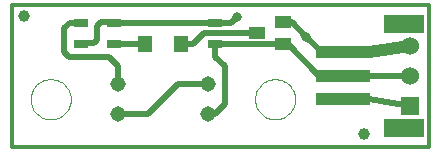
<source format=gtl>
G75*
%MOIN*%
%OFA0B0*%
%FSLAX24Y24*%
%IPPOS*%
%LPD*%
%AMOC8*
5,1,8,0,0,1.08239X$1,22.5*
%
%ADD10C,0.0118*%
%ADD11R,0.1811X0.0394*%
%ADD12R,0.1339X0.0630*%
%ADD13R,0.0600X0.0600*%
%ADD14C,0.0600*%
%ADD15R,0.0472X0.0315*%
%ADD16R,0.0472X0.0551*%
%ADD17R,0.0551X0.0394*%
%ADD18C,0.0000*%
%ADD19C,0.0515*%
%ADD20C,0.0394*%
%ADD21C,0.0197*%
%ADD22C,0.0317*%
%ADD23C,0.0394*%
D10*
X000159Y000159D02*
X014057Y000159D01*
X014057Y004883D01*
X000159Y004883D01*
X000159Y000159D01*
X006931Y003584D02*
X006950Y003565D01*
X009191Y003565D02*
X009352Y003565D01*
X009470Y004313D02*
X009191Y004313D01*
X004588Y003592D02*
X004584Y003588D01*
D11*
X011179Y003305D03*
X011179Y002517D03*
X011179Y001730D03*
D12*
X013226Y000785D03*
X013226Y004250D03*
D13*
X013415Y001521D03*
D14*
X013415Y002521D03*
X013415Y003521D03*
D15*
X006931Y003584D03*
X006931Y004293D03*
X003545Y004293D03*
X002443Y004293D03*
X002443Y003584D03*
X003545Y003584D03*
D16*
X004588Y003592D03*
X005769Y003592D03*
D17*
X008324Y003939D03*
X009191Y004313D03*
X009191Y003565D03*
D18*
X008250Y001734D02*
X008252Y001785D01*
X008258Y001836D01*
X008268Y001886D01*
X008281Y001936D01*
X008299Y001984D01*
X008319Y002031D01*
X008344Y002076D01*
X008372Y002119D01*
X008403Y002160D01*
X008437Y002198D01*
X008474Y002233D01*
X008513Y002266D01*
X008555Y002296D01*
X008599Y002322D01*
X008645Y002344D01*
X008693Y002364D01*
X008742Y002379D01*
X008792Y002391D01*
X008842Y002399D01*
X008893Y002403D01*
X008945Y002403D01*
X008996Y002399D01*
X009046Y002391D01*
X009096Y002379D01*
X009145Y002364D01*
X009193Y002344D01*
X009239Y002322D01*
X009283Y002296D01*
X009325Y002266D01*
X009364Y002233D01*
X009401Y002198D01*
X009435Y002160D01*
X009466Y002119D01*
X009494Y002076D01*
X009519Y002031D01*
X009539Y001984D01*
X009557Y001936D01*
X009570Y001886D01*
X009580Y001836D01*
X009586Y001785D01*
X009588Y001734D01*
X009586Y001683D01*
X009580Y001632D01*
X009570Y001582D01*
X009557Y001532D01*
X009539Y001484D01*
X009519Y001437D01*
X009494Y001392D01*
X009466Y001349D01*
X009435Y001308D01*
X009401Y001270D01*
X009364Y001235D01*
X009325Y001202D01*
X009283Y001172D01*
X009239Y001146D01*
X009193Y001124D01*
X009145Y001104D01*
X009096Y001089D01*
X009046Y001077D01*
X008996Y001069D01*
X008945Y001065D01*
X008893Y001065D01*
X008842Y001069D01*
X008792Y001077D01*
X008742Y001089D01*
X008693Y001104D01*
X008645Y001124D01*
X008599Y001146D01*
X008555Y001172D01*
X008513Y001202D01*
X008474Y001235D01*
X008437Y001270D01*
X008403Y001308D01*
X008372Y001349D01*
X008344Y001392D01*
X008319Y001437D01*
X008299Y001484D01*
X008281Y001532D01*
X008268Y001582D01*
X008258Y001632D01*
X008252Y001683D01*
X008250Y001734D01*
X000770Y001734D02*
X000772Y001785D01*
X000778Y001836D01*
X000788Y001886D01*
X000801Y001936D01*
X000819Y001984D01*
X000839Y002031D01*
X000864Y002076D01*
X000892Y002119D01*
X000923Y002160D01*
X000957Y002198D01*
X000994Y002233D01*
X001033Y002266D01*
X001075Y002296D01*
X001119Y002322D01*
X001165Y002344D01*
X001213Y002364D01*
X001262Y002379D01*
X001312Y002391D01*
X001362Y002399D01*
X001413Y002403D01*
X001465Y002403D01*
X001516Y002399D01*
X001566Y002391D01*
X001616Y002379D01*
X001665Y002364D01*
X001713Y002344D01*
X001759Y002322D01*
X001803Y002296D01*
X001845Y002266D01*
X001884Y002233D01*
X001921Y002198D01*
X001955Y002160D01*
X001986Y002119D01*
X002014Y002076D01*
X002039Y002031D01*
X002059Y001984D01*
X002077Y001936D01*
X002090Y001886D01*
X002100Y001836D01*
X002106Y001785D01*
X002108Y001734D01*
X002106Y001683D01*
X002100Y001632D01*
X002090Y001582D01*
X002077Y001532D01*
X002059Y001484D01*
X002039Y001437D01*
X002014Y001392D01*
X001986Y001349D01*
X001955Y001308D01*
X001921Y001270D01*
X001884Y001235D01*
X001845Y001202D01*
X001803Y001172D01*
X001759Y001146D01*
X001713Y001124D01*
X001665Y001104D01*
X001616Y001089D01*
X001566Y001077D01*
X001516Y001069D01*
X001465Y001065D01*
X001413Y001065D01*
X001362Y001069D01*
X001312Y001077D01*
X001262Y001089D01*
X001213Y001104D01*
X001165Y001124D01*
X001119Y001146D01*
X001075Y001172D01*
X001033Y001202D01*
X000994Y001235D01*
X000957Y001270D01*
X000923Y001308D01*
X000892Y001349D01*
X000864Y001392D01*
X000839Y001437D01*
X000819Y001484D01*
X000801Y001532D01*
X000788Y001582D01*
X000778Y001632D01*
X000772Y001683D01*
X000770Y001734D01*
D19*
X003683Y002234D03*
X003683Y001234D03*
X006675Y001234D03*
X006675Y002234D03*
D20*
X011872Y000569D03*
X000557Y004506D03*
D21*
X001891Y004096D02*
X002088Y004293D01*
X002443Y004293D01*
X002994Y004175D02*
X003116Y004297D01*
X003545Y004293D01*
X006931Y004293D01*
X007443Y004293D01*
X007639Y004490D01*
X008324Y003939D02*
X006537Y003939D01*
X006191Y003592D01*
X005769Y003592D01*
X006931Y003584D02*
X006931Y003151D01*
X007246Y002836D01*
X007246Y001576D01*
X006903Y001234D01*
X006675Y001234D01*
X005698Y002234D02*
X004698Y001234D01*
X003683Y001234D01*
X003683Y002234D02*
X003683Y002856D01*
X003387Y003151D01*
X002049Y003151D01*
X001891Y003309D01*
X001891Y004096D01*
X002994Y004175D02*
X002994Y003702D01*
X002887Y003596D01*
X002443Y003584D01*
X003545Y003584D02*
X004584Y003588D01*
X006950Y003565D02*
X009191Y003565D01*
X009352Y003565D02*
X010399Y002517D01*
X011179Y002517D01*
X012049Y002521D01*
X013415Y002521D01*
X013415Y001521D02*
X012049Y001734D01*
X011179Y001730D01*
X011179Y003305D02*
X010478Y003305D01*
X009962Y003820D01*
X009470Y004313D01*
X006675Y002234D02*
X005698Y002234D01*
D22*
X009962Y003820D03*
X007639Y004490D03*
D23*
X011179Y003305D02*
X012049Y003309D01*
X013415Y003521D01*
M02*

</source>
